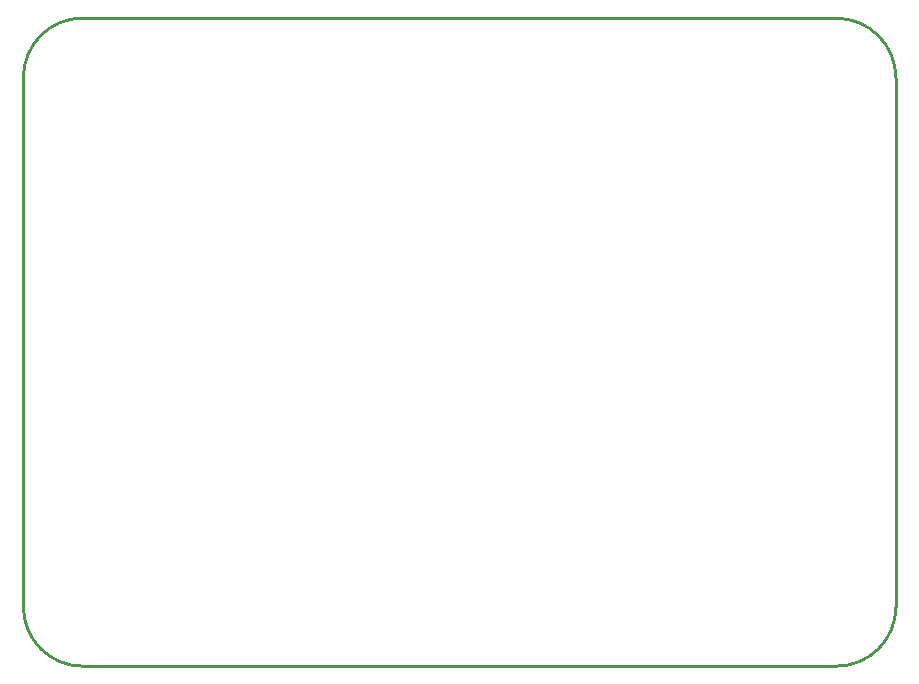
<source format=gbr>
%TF.GenerationSoftware,Altium Limited,Altium Designer,20.1.12 (249)*%
G04 Layer_Color=16711935*
%FSLAX26Y26*%
%MOIN*%
%TF.SameCoordinates,71B6AE89-9338-4103-9D56-E4713A122201*%
%TF.FilePolarity,Positive*%
%TF.FileFunction,Other,Mechanical_1*%
%TF.Part,Single*%
G01*
G75*
%TA.AperFunction,NonConductor*%
%ADD14C,0.010000*%
D14*
X2913250Y1966814D02*
G03*
X2715330Y2164734I-197920J0D01*
G01*
X2715746Y5014D02*
G03*
X2913630Y202897I0J197883D01*
G01*
X203286Y2165527D02*
G03*
X5197Y1967437I0J-198090D01*
G01*
X5197Y202754D02*
G03*
X203082Y4868I197885J0D01*
G01*
X203286Y2165354D02*
X2717434D01*
X203082Y5000D02*
X2718316Y5000D01*
X2913386Y202646D02*
Y1967233D01*
X5197Y1967437D02*
X5197Y202754D01*
%TF.MD5,3655b9a78506f6793121f93aad5fc935*%
M02*

</source>
